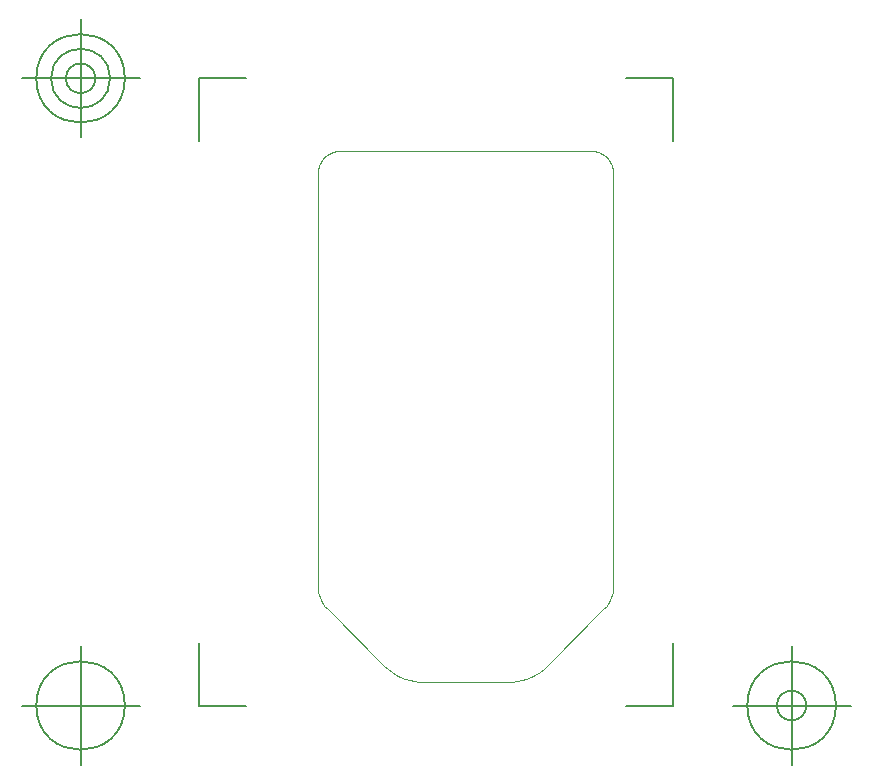
<source format=gbr>
G04 Generated by Ultiboard 11.0 *
%FSLAX25Y25*%
%MOIN*%

%ADD10C,0.00004*%
%ADD11C,0.00500*%


G04 ColorRGB 00FFFF for the following layer *
%LNBoard Outline*%
%LPD*%
%FSLAX25Y25*%
%MOIN*%
G54D10*
X-1284Y-142693D02*
X17777Y-161753D01*
X3189Y9843D02*
X2544Y9814D01*
X2544Y9814D02*
X1904Y9730D01*
X1904Y9730D02*
X1273Y9590D01*
X1273Y9590D02*
X657Y9396D01*
X657Y9396D02*
X61Y9149D01*
X61Y9149D02*
X-512Y8851D01*
X-512Y8851D02*
X-1056Y8504D01*
X-1056Y8504D02*
X-1569Y8111D01*
X-1569Y8111D02*
X-2045Y7675D01*
X-2045Y7675D02*
X-2481Y7199D01*
X-2481Y7199D02*
X-2874Y6686D01*
X-2874Y6686D02*
X-3221Y6142D01*
X-3221Y6142D02*
X-3519Y5569D01*
X-3519Y5569D02*
X-3766Y4972D01*
X-3766Y4972D02*
X-3960Y4357D01*
X-3960Y4357D02*
X-4100Y3726D01*
X-4100Y3726D02*
X-4184Y3086D01*
X-4184Y3086D02*
X-4213Y2441D01*
X-4213Y2441D02*
X-4213Y-135622D01*
X-4213Y-135622D02*
X-4175Y-136493D01*
X-4175Y-136493D02*
X-4061Y-137358D01*
X-4061Y-137358D02*
X-3872Y-138210D01*
X-3872Y-138210D02*
X-3610Y-139042D01*
X-3610Y-139042D02*
X-3276Y-139848D01*
X-3276Y-139848D02*
X-2873Y-140622D01*
X-2873Y-140622D02*
X-2404Y-141357D01*
X-2404Y-141357D02*
X-1873Y-142050D01*
X-1873Y-142050D02*
X-1284Y-142693D01*
X94213Y2441D02*
X94213Y-135622D01*
X58777Y-167323D02*
X60434Y-167250D01*
X60434Y-167250D02*
X62079Y-167034D01*
X62079Y-167034D02*
X63699Y-166675D01*
X63699Y-166675D02*
X65281Y-166176D01*
X65281Y-166176D02*
X66813Y-165541D01*
X66813Y-165541D02*
X68285Y-164775D01*
X68285Y-164775D02*
X69684Y-163884D01*
X69684Y-163884D02*
X71000Y-162874D01*
X71000Y-162874D02*
X72223Y-161753D01*
X58777Y-167323D02*
X31223Y-167323D01*
X17777Y-161753D02*
X19000Y-162874D01*
X19000Y-162874D02*
X20316Y-163884D01*
X20316Y-163884D02*
X21715Y-164775D01*
X21715Y-164775D02*
X23187Y-165541D01*
X23187Y-165541D02*
X24719Y-166176D01*
X24719Y-166176D02*
X26301Y-166675D01*
X26301Y-166675D02*
X27921Y-167034D01*
X27921Y-167034D02*
X29566Y-167250D01*
X29566Y-167250D02*
X31223Y-167323D01*
X91284Y-142693D02*
X72223Y-161753D01*
X91284Y-142693D02*
X91873Y-142050D01*
X91873Y-142050D02*
X92404Y-141357D01*
X92404Y-141357D02*
X92873Y-140622D01*
X92873Y-140622D02*
X93276Y-139848D01*
X93276Y-139848D02*
X93610Y-139042D01*
X93610Y-139042D02*
X93872Y-138210D01*
X93872Y-138210D02*
X94061Y-137358D01*
X94061Y-137358D02*
X94175Y-136493D01*
X94175Y-136493D02*
X94213Y-135622D01*
X3189Y9843D02*
X86811Y9843D01*
X94213Y2441D02*
X94184Y3086D01*
X94184Y3086D02*
X94100Y3726D01*
X94100Y3726D02*
X93960Y4357D01*
X93960Y4357D02*
X93766Y4972D01*
X93766Y4972D02*
X93519Y5569D01*
X93519Y5569D02*
X93221Y6142D01*
X93221Y6142D02*
X92874Y6686D01*
X92874Y6686D02*
X92481Y7199D01*
X92481Y7199D02*
X92045Y7675D01*
X92045Y7675D02*
X91569Y8111D01*
X91569Y8111D02*
X91056Y8504D01*
X91056Y8504D02*
X90512Y8851D01*
X90512Y8851D02*
X89939Y9149D01*
X89939Y9149D02*
X89343Y9396D01*
X89343Y9396D02*
X88727Y9590D01*
X88727Y9590D02*
X88096Y9730D01*
X88096Y9730D02*
X87456Y9814D01*
X87456Y9814D02*
X86811Y9843D01*
G54D11*
X-43976Y-175049D02*
X-43976Y-154144D01*
X-43976Y-175049D02*
X-28150Y-175049D01*
X114291Y-175049D02*
X98465Y-175049D01*
X114291Y-175049D02*
X114291Y-154144D01*
X114291Y34006D02*
X114291Y13100D01*
X114291Y34006D02*
X98465Y34006D01*
X-43976Y34006D02*
X-28150Y34006D01*
X-43976Y34006D02*
X-43976Y13100D01*
X-63661Y-175049D02*
X-103031Y-175049D01*
X-83346Y-194734D02*
X-83346Y-155364D01*
X-98110Y-175049D02*
G75*
D01*
G02X-98110Y-175049I14764J0*
G01*
X133976Y-175049D02*
X173346Y-175049D01*
X153661Y-194734D02*
X153661Y-155364D01*
X138898Y-175049D02*
G75*
D01*
G02X138898Y-175049I14764J0*
G01*
X148740Y-175049D02*
G75*
D01*
G02X148740Y-175049I4921J0*
G01*
X-63661Y34006D02*
X-103031Y34006D01*
X-83346Y14321D02*
X-83346Y53691D01*
X-98110Y34006D02*
G75*
D01*
G02X-98110Y34006I14764J0*
G01*
X-93189Y34006D02*
G75*
D01*
G02X-93189Y34006I9843J0*
G01*
X-88268Y34006D02*
G75*
D01*
G02X-88268Y34006I4921J0*
G01*

M00*

</source>
